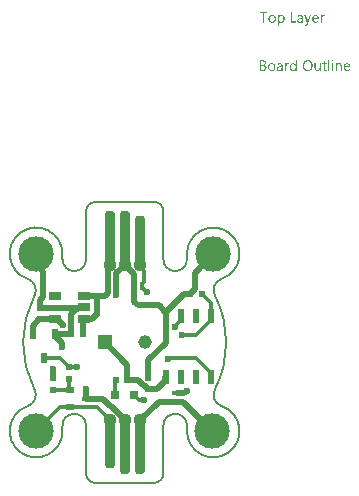
<source format=gtl>
G04*
G04 #@! TF.GenerationSoftware,Altium Limited,Altium Designer,21.8.1 (53)*
G04*
G04 Layer_Physical_Order=1*
G04 Layer_Color=255*
%FSAX25Y25*%
%MOIN*%
G70*
G04*
G04 #@! TF.SameCoordinates,72787834-F71D-4475-B617-EFC6544BAEFD*
G04*
G04*
G04 #@! TF.FilePolarity,Positive*
G04*
G01*
G75*
%ADD10C,0.01968*%
%ADD13C,0.00787*%
%ADD14R,0.02165X0.01968*%
%ADD15R,0.01968X0.02165*%
%ADD16R,0.01968X0.02165*%
%ADD17R,0.02165X0.01968*%
%ADD18R,0.02165X0.04921*%
%ADD19R,0.02362X0.03543*%
%ADD23R,0.03937X0.02756*%
G04:AMPARAMS|DCode=33|XSize=35.43mil|YSize=169.29mil|CornerRadius=13.82mil|HoleSize=0mil|Usage=FLASHONLY|Rotation=180.000|XOffset=0mil|YOffset=0mil|HoleType=Round|Shape=RoundedRectangle|*
%AMROUNDEDRECTD33*
21,1,0.03543,0.14165,0,0,180.0*
21,1,0.00780,0.16929,0,0,180.0*
1,1,0.02764,-0.00390,0.07083*
1,1,0.02764,0.00390,0.07083*
1,1,0.02764,0.00390,-0.07083*
1,1,0.02764,-0.00390,-0.07083*
%
%ADD33ROUNDEDRECTD33*%
G04:AMPARAMS|DCode=34|XSize=35.43mil|YSize=188.98mil|CornerRadius=13.82mil|HoleSize=0mil|Usage=FLASHONLY|Rotation=180.000|XOffset=0mil|YOffset=0mil|HoleType=Round|Shape=RoundedRectangle|*
%AMROUNDEDRECTD34*
21,1,0.03543,0.16134,0,0,180.0*
21,1,0.00780,0.18898,0,0,180.0*
1,1,0.02764,-0.00390,0.08067*
1,1,0.02764,0.00390,0.08067*
1,1,0.02764,0.00390,-0.08067*
1,1,0.02764,-0.00390,-0.08067*
%
%ADD34ROUNDEDRECTD34*%
%ADD40C,0.04370*%
%ADD43R,0.01575X0.02756*%
%ADD44R,0.02756X0.01575*%
%ADD45R,0.03150X0.02362*%
%ADD46R,0.03150X0.03150*%
%ADD47C,0.01181*%
%ADD48C,0.04567*%
%ADD49R,0.04567X0.04567*%
%ADD50C,0.11811*%
%ADD51C,0.02362*%
G36*
X0052355Y0135171D02*
X0052398Y0135164D01*
X0052441Y0135158D01*
X0052553Y0135134D01*
X0052677Y0135096D01*
X0052800Y0135035D01*
X0052862Y0134997D01*
X0052924Y0134948D01*
X0052980Y0134898D01*
X0053036Y0134836D01*
X0053042Y0134830D01*
X0053048Y0134824D01*
X0053060Y0134799D01*
X0053079Y0134774D01*
X0053098Y0134744D01*
X0053122Y0134700D01*
X0053147Y0134651D01*
X0053172Y0134601D01*
X0053197Y0134539D01*
X0053221Y0134471D01*
X0053246Y0134397D01*
X0053265Y0134317D01*
X0053296Y0134137D01*
X0053308Y0134038D01*
Y0133933D01*
Y0133926D01*
Y0133908D01*
Y0133871D01*
X0053302Y0133827D01*
Y0133778D01*
X0053289Y0133716D01*
X0053283Y0133648D01*
X0053271Y0133574D01*
X0053234Y0133413D01*
X0053178Y0133246D01*
X0053141Y0133165D01*
X0053104Y0133085D01*
X0053054Y0133004D01*
X0052999Y0132930D01*
X0052992Y0132924D01*
X0052986Y0132911D01*
X0052968Y0132893D01*
X0052943Y0132874D01*
X0052912Y0132843D01*
X0052875Y0132812D01*
X0052831Y0132775D01*
X0052782Y0132744D01*
X0052726Y0132707D01*
X0052664Y0132670D01*
X0052516Y0132614D01*
X0052435Y0132589D01*
X0052355Y0132571D01*
X0052262Y0132559D01*
X0052163Y0132552D01*
X0052113D01*
X0052082Y0132559D01*
X0052039Y0132565D01*
X0051996Y0132577D01*
X0051884Y0132602D01*
X0051767Y0132651D01*
X0051699Y0132688D01*
X0051637Y0132726D01*
X0051575Y0132775D01*
X0051519Y0132831D01*
X0051457Y0132893D01*
X0051408Y0132967D01*
X0051395D01*
Y0131457D01*
X0050993D01*
Y0135121D01*
X0051395D01*
Y0134676D01*
X0051408D01*
X0051414Y0134682D01*
X0051420Y0134700D01*
X0051439Y0134725D01*
X0051463Y0134756D01*
X0051494Y0134793D01*
X0051531Y0134836D01*
X0051575Y0134880D01*
X0051631Y0134929D01*
X0051686Y0134973D01*
X0051748Y0135016D01*
X0051822Y0135059D01*
X0051897Y0135096D01*
X0051983Y0135134D01*
X0052076Y0135158D01*
X0052169Y0135171D01*
X0052274Y0135177D01*
X0052324D01*
X0052355Y0135171D01*
D02*
G37*
G36*
X0066468Y0135158D02*
X0066542Y0135152D01*
X0066586Y0135140D01*
X0066616Y0135127D01*
Y0134713D01*
X0066610Y0134719D01*
X0066598Y0134725D01*
X0066573Y0134737D01*
X0066542Y0134756D01*
X0066499Y0134768D01*
X0066443Y0134781D01*
X0066381Y0134787D01*
X0066313Y0134793D01*
X0066301D01*
X0066270Y0134787D01*
X0066220Y0134781D01*
X0066165Y0134762D01*
X0066090Y0134731D01*
X0066022Y0134688D01*
X0065948Y0134626D01*
X0065880Y0134546D01*
X0065874Y0134533D01*
X0065855Y0134502D01*
X0065824Y0134447D01*
X0065793Y0134372D01*
X0065762Y0134279D01*
X0065731Y0134162D01*
X0065713Y0134032D01*
X0065707Y0133883D01*
Y0132608D01*
X0065304D01*
Y0135121D01*
X0065707D01*
Y0134601D01*
X0065719D01*
Y0134607D01*
X0065725Y0134614D01*
X0065737Y0134644D01*
X0065756Y0134694D01*
X0065787Y0134756D01*
X0065818Y0134818D01*
X0065868Y0134886D01*
X0065917Y0134954D01*
X0065979Y0135016D01*
X0065985Y0135022D01*
X0066010Y0135041D01*
X0066047Y0135065D01*
X0066097Y0135090D01*
X0066152Y0135115D01*
X0066220Y0135140D01*
X0066295Y0135158D01*
X0066375Y0135164D01*
X0066431D01*
X0066468Y0135158D01*
D02*
G37*
G36*
X0061089Y0132206D02*
X0061083Y0132200D01*
X0061076Y0132175D01*
X0061058Y0132131D01*
X0061033Y0132082D01*
X0061002Y0132026D01*
X0060959Y0131958D01*
X0060915Y0131890D01*
X0060866Y0131816D01*
X0060804Y0131741D01*
X0060742Y0131673D01*
X0060668Y0131605D01*
X0060588Y0131550D01*
X0060507Y0131500D01*
X0060414Y0131457D01*
X0060321Y0131432D01*
X0060216Y0131426D01*
X0060160D01*
X0060123Y0131432D01*
X0060043Y0131444D01*
X0059956Y0131463D01*
Y0131822D01*
X0059962D01*
X0059981Y0131816D01*
X0060006Y0131809D01*
X0060036Y0131803D01*
X0060111Y0131785D01*
X0060191Y0131779D01*
X0060204D01*
X0060241Y0131785D01*
X0060296Y0131797D01*
X0060365Y0131822D01*
X0060439Y0131865D01*
X0060476Y0131896D01*
X0060513Y0131933D01*
X0060550Y0131971D01*
X0060588Y0132020D01*
X0060618Y0132076D01*
X0060649Y0132138D01*
X0060854Y0132608D01*
X0059869Y0135121D01*
X0060315D01*
X0060996Y0133184D01*
Y0133177D01*
X0061002Y0133165D01*
X0061008Y0133147D01*
X0061015Y0133122D01*
X0061021Y0133085D01*
X0061033Y0133047D01*
X0061045Y0132992D01*
X0061064D01*
Y0133004D01*
X0061076Y0133041D01*
X0061089Y0133097D01*
X0061114Y0133177D01*
X0061826Y0135121D01*
X0062240D01*
X0061089Y0132206D01*
D02*
G37*
G36*
X0058681Y0135171D02*
X0058737Y0135164D01*
X0058805Y0135146D01*
X0058879Y0135127D01*
X0058960Y0135096D01*
X0059046Y0135059D01*
X0059127Y0135010D01*
X0059207Y0134948D01*
X0059281Y0134874D01*
X0059350Y0134781D01*
X0059405Y0134676D01*
X0059448Y0134552D01*
X0059473Y0134409D01*
X0059486Y0134242D01*
Y0132608D01*
X0059083D01*
Y0132998D01*
X0059071D01*
Y0132992D01*
X0059058Y0132979D01*
X0059046Y0132955D01*
X0059021Y0132930D01*
X0058960Y0132856D01*
X0058879Y0132775D01*
X0058768Y0132695D01*
X0058638Y0132620D01*
X0058557Y0132596D01*
X0058477Y0132571D01*
X0058390Y0132559D01*
X0058297Y0132552D01*
X0058260D01*
X0058235Y0132559D01*
X0058167Y0132565D01*
X0058087Y0132577D01*
X0057988Y0132602D01*
X0057895Y0132633D01*
X0057796Y0132682D01*
X0057709Y0132744D01*
X0057703Y0132757D01*
X0057678Y0132781D01*
X0057641Y0132825D01*
X0057604Y0132887D01*
X0057567Y0132961D01*
X0057530Y0133047D01*
X0057505Y0133153D01*
X0057499Y0133270D01*
Y0133276D01*
Y0133301D01*
X0057505Y0133338D01*
X0057511Y0133382D01*
X0057523Y0133438D01*
X0057542Y0133499D01*
X0057567Y0133568D01*
X0057604Y0133636D01*
X0057647Y0133710D01*
X0057703Y0133784D01*
X0057771Y0133852D01*
X0057851Y0133914D01*
X0057944Y0133976D01*
X0058056Y0134026D01*
X0058179Y0134063D01*
X0058328Y0134094D01*
X0059083Y0134199D01*
Y0134205D01*
Y0134224D01*
X0059077Y0134261D01*
Y0134298D01*
X0059065Y0134347D01*
X0059058Y0134403D01*
X0059021Y0134521D01*
X0058990Y0134576D01*
X0058960Y0134632D01*
X0058916Y0134688D01*
X0058867Y0134737D01*
X0058805Y0134781D01*
X0058737Y0134812D01*
X0058656Y0134830D01*
X0058563Y0134836D01*
X0058520D01*
X0058489Y0134830D01*
X0058446D01*
X0058402Y0134818D01*
X0058291Y0134799D01*
X0058167Y0134762D01*
X0058031Y0134706D01*
X0057957Y0134669D01*
X0057889Y0134632D01*
X0057814Y0134583D01*
X0057746Y0134527D01*
Y0134942D01*
X0057752D01*
X0057765Y0134954D01*
X0057783Y0134966D01*
X0057814Y0134979D01*
X0057845Y0134997D01*
X0057889Y0135016D01*
X0057938Y0135035D01*
X0057994Y0135059D01*
X0058118Y0135103D01*
X0058266Y0135140D01*
X0058427Y0135164D01*
X0058600Y0135177D01*
X0058638D01*
X0058681Y0135171D01*
D02*
G37*
G36*
X0055790Y0132979D02*
X0057201D01*
Y0132608D01*
X0055375D01*
Y0136124D01*
X0055790D01*
Y0132979D01*
D02*
G37*
G36*
X0047551Y0135752D02*
X0046536D01*
Y0132608D01*
X0046128D01*
Y0135752D01*
X0045112D01*
Y0136124D01*
X0047551D01*
Y0135752D01*
D02*
G37*
G36*
X0063744Y0135171D02*
X0063788Y0135164D01*
X0063831Y0135158D01*
X0063942Y0135140D01*
X0064066Y0135096D01*
X0064190Y0135041D01*
X0064252Y0135003D01*
X0064314Y0134960D01*
X0064370Y0134911D01*
X0064425Y0134855D01*
X0064431Y0134849D01*
X0064438Y0134843D01*
X0064450Y0134824D01*
X0064469Y0134799D01*
X0064487Y0134762D01*
X0064512Y0134725D01*
X0064537Y0134682D01*
X0064561Y0134626D01*
X0064586Y0134564D01*
X0064611Y0134502D01*
X0064636Y0134428D01*
X0064654Y0134347D01*
X0064673Y0134261D01*
X0064685Y0134174D01*
X0064698Y0134075D01*
Y0133970D01*
Y0133759D01*
X0062921D01*
Y0133753D01*
Y0133741D01*
Y0133722D01*
X0062927Y0133691D01*
X0062933Y0133654D01*
Y0133617D01*
X0062952Y0133518D01*
X0062983Y0133419D01*
X0063020Y0133308D01*
X0063076Y0133202D01*
X0063144Y0133109D01*
X0063156Y0133097D01*
X0063181Y0133072D01*
X0063231Y0133041D01*
X0063299Y0132998D01*
X0063385Y0132955D01*
X0063484Y0132924D01*
X0063602Y0132899D01*
X0063738Y0132887D01*
X0063781D01*
X0063813Y0132893D01*
X0063850D01*
X0063893Y0132899D01*
X0063998Y0132924D01*
X0064116Y0132955D01*
X0064246Y0133004D01*
X0064382Y0133072D01*
X0064450Y0133116D01*
X0064518Y0133165D01*
Y0132788D01*
X0064512D01*
X0064506Y0132775D01*
X0064487Y0132769D01*
X0064456Y0132750D01*
X0064425Y0132732D01*
X0064388Y0132713D01*
X0064339Y0132695D01*
X0064289Y0132670D01*
X0064227Y0132645D01*
X0064159Y0132627D01*
X0064011Y0132589D01*
X0063837Y0132565D01*
X0063645Y0132552D01*
X0063596D01*
X0063559Y0132559D01*
X0063515Y0132565D01*
X0063460Y0132571D01*
X0063342Y0132596D01*
X0063206Y0132633D01*
X0063070Y0132695D01*
X0063002Y0132738D01*
X0062933Y0132781D01*
X0062872Y0132831D01*
X0062810Y0132893D01*
X0062804Y0132899D01*
X0062797Y0132911D01*
X0062785Y0132930D01*
X0062760Y0132955D01*
X0062742Y0132992D01*
X0062717Y0133035D01*
X0062686Y0133085D01*
X0062661Y0133140D01*
X0062630Y0133202D01*
X0062605Y0133276D01*
X0062574Y0133357D01*
X0062556Y0133444D01*
X0062537Y0133537D01*
X0062519Y0133636D01*
X0062512Y0133741D01*
X0062506Y0133852D01*
Y0133858D01*
Y0133877D01*
Y0133908D01*
X0062512Y0133951D01*
X0062519Y0134001D01*
X0062525Y0134056D01*
X0062531Y0134125D01*
X0062550Y0134193D01*
X0062587Y0134341D01*
X0062643Y0134502D01*
X0062680Y0134583D01*
X0062729Y0134657D01*
X0062779Y0134737D01*
X0062834Y0134806D01*
X0062841Y0134812D01*
X0062853Y0134824D01*
X0062872Y0134843D01*
X0062896Y0134861D01*
X0062927Y0134892D01*
X0062964Y0134923D01*
X0063014Y0134954D01*
X0063064Y0134991D01*
X0063181Y0135059D01*
X0063323Y0135121D01*
X0063404Y0135140D01*
X0063484Y0135158D01*
X0063571Y0135171D01*
X0063664Y0135177D01*
X0063713D01*
X0063744Y0135171D01*
D02*
G37*
G36*
X0049254D02*
X0049297Y0135164D01*
X0049353Y0135158D01*
X0049476Y0135134D01*
X0049619Y0135090D01*
X0049761Y0135028D01*
X0049835Y0134991D01*
X0049904Y0134948D01*
X0049972Y0134892D01*
X0050033Y0134830D01*
X0050040Y0134824D01*
X0050046Y0134812D01*
X0050064Y0134793D01*
X0050083Y0134768D01*
X0050108Y0134731D01*
X0050133Y0134688D01*
X0050164Y0134638D01*
X0050195Y0134583D01*
X0050219Y0134514D01*
X0050250Y0134447D01*
X0050275Y0134366D01*
X0050300Y0134279D01*
X0050318Y0134186D01*
X0050337Y0134087D01*
X0050343Y0133982D01*
X0050349Y0133871D01*
Y0133865D01*
Y0133846D01*
Y0133815D01*
X0050343Y0133772D01*
X0050337Y0133722D01*
X0050331Y0133660D01*
X0050318Y0133598D01*
X0050306Y0133524D01*
X0050269Y0133376D01*
X0050207Y0133215D01*
X0050170Y0133134D01*
X0050120Y0133054D01*
X0050071Y0132979D01*
X0050009Y0132911D01*
X0050003Y0132905D01*
X0049990Y0132899D01*
X0049972Y0132880D01*
X0049947Y0132856D01*
X0049910Y0132831D01*
X0049873Y0132800D01*
X0049823Y0132763D01*
X0049767Y0132732D01*
X0049705Y0132701D01*
X0049637Y0132664D01*
X0049563Y0132633D01*
X0049483Y0132608D01*
X0049396Y0132583D01*
X0049303Y0132571D01*
X0049204Y0132559D01*
X0049099Y0132552D01*
X0049043D01*
X0049006Y0132559D01*
X0048963Y0132565D01*
X0048907Y0132571D01*
X0048845Y0132583D01*
X0048777Y0132596D01*
X0048635Y0132639D01*
X0048486Y0132701D01*
X0048412Y0132738D01*
X0048344Y0132788D01*
X0048276Y0132837D01*
X0048208Y0132899D01*
X0048201Y0132905D01*
X0048195Y0132917D01*
X0048177Y0132936D01*
X0048158Y0132961D01*
X0048133Y0132998D01*
X0048102Y0133041D01*
X0048071Y0133091D01*
X0048046Y0133147D01*
X0048016Y0133215D01*
X0047985Y0133283D01*
X0047954Y0133357D01*
X0047929Y0133444D01*
X0047892Y0133629D01*
X0047886Y0133728D01*
X0047879Y0133834D01*
Y0133840D01*
Y0133865D01*
Y0133896D01*
X0047886Y0133939D01*
X0047892Y0133988D01*
X0047898Y0134050D01*
X0047910Y0134118D01*
X0047923Y0134193D01*
X0047960Y0134354D01*
X0048022Y0134514D01*
X0048065Y0134595D01*
X0048108Y0134676D01*
X0048158Y0134750D01*
X0048220Y0134818D01*
X0048226Y0134824D01*
X0048238Y0134836D01*
X0048257Y0134849D01*
X0048282Y0134874D01*
X0048319Y0134898D01*
X0048362Y0134929D01*
X0048412Y0134966D01*
X0048467Y0134997D01*
X0048529Y0135028D01*
X0048604Y0135065D01*
X0048678Y0135096D01*
X0048765Y0135121D01*
X0048851Y0135146D01*
X0048950Y0135164D01*
X0049055Y0135171D01*
X0049161Y0135177D01*
X0049216D01*
X0049254Y0135171D01*
D02*
G37*
G36*
X0069322Y0120185D02*
X0069346D01*
X0069402Y0120160D01*
X0069433Y0120142D01*
X0069464Y0120117D01*
X0069470Y0120111D01*
X0069476Y0120105D01*
X0069507Y0120068D01*
X0069532Y0120006D01*
X0069538Y0119969D01*
X0069544Y0119931D01*
Y0119925D01*
Y0119913D01*
X0069538Y0119894D01*
X0069532Y0119870D01*
X0069513Y0119808D01*
X0069489Y0119777D01*
X0069464Y0119746D01*
X0069458D01*
X0069451Y0119733D01*
X0069414Y0119709D01*
X0069359Y0119684D01*
X0069322Y0119678D01*
X0069284Y0119671D01*
X0069266D01*
X0069247Y0119678D01*
X0069222D01*
X0069161Y0119702D01*
X0069130Y0119715D01*
X0069099Y0119740D01*
Y0119746D01*
X0069086Y0119752D01*
X0069074Y0119771D01*
X0069062Y0119789D01*
X0069037Y0119851D01*
X0069031Y0119888D01*
X0069024Y0119931D01*
Y0119938D01*
Y0119950D01*
X0069031Y0119969D01*
X0069037Y0120000D01*
X0069055Y0120055D01*
X0069074Y0120086D01*
X0069099Y0120117D01*
X0069105Y0120123D01*
X0069111Y0120130D01*
X0069148Y0120154D01*
X0069210Y0120179D01*
X0069247Y0120192D01*
X0069303D01*
X0069322Y0120185D01*
D02*
G37*
G36*
X0057332Y0116521D02*
X0056929D01*
Y0116942D01*
X0056917D01*
Y0116936D01*
X0056904Y0116923D01*
X0056886Y0116898D01*
X0056867Y0116867D01*
X0056836Y0116830D01*
X0056799Y0116793D01*
X0056756Y0116750D01*
X0056706Y0116707D01*
X0056651Y0116657D01*
X0056582Y0116614D01*
X0056514Y0116577D01*
X0056434Y0116539D01*
X0056353Y0116508D01*
X0056261Y0116484D01*
X0056162Y0116471D01*
X0056056Y0116465D01*
X0056013D01*
X0055976Y0116471D01*
X0055939Y0116478D01*
X0055889Y0116484D01*
X0055784Y0116508D01*
X0055660Y0116546D01*
X0055536Y0116607D01*
X0055468Y0116645D01*
X0055413Y0116688D01*
X0055351Y0116744D01*
X0055295Y0116799D01*
Y0116806D01*
X0055283Y0116818D01*
X0055270Y0116837D01*
X0055252Y0116861D01*
X0055233Y0116892D01*
X0055208Y0116936D01*
X0055184Y0116985D01*
X0055159Y0117041D01*
X0055128Y0117103D01*
X0055103Y0117171D01*
X0055078Y0117245D01*
X0055060Y0117325D01*
X0055041Y0117412D01*
X0055029Y0117511D01*
X0055023Y0117610D01*
X0055016Y0117716D01*
Y0117722D01*
Y0117740D01*
Y0117777D01*
X0055023Y0117821D01*
X0055029Y0117870D01*
X0055035Y0117932D01*
X0055041Y0118000D01*
X0055054Y0118075D01*
X0055091Y0118235D01*
X0055146Y0118403D01*
X0055184Y0118483D01*
X0055227Y0118563D01*
X0055270Y0118638D01*
X0055326Y0118712D01*
X0055332Y0118718D01*
X0055338Y0118731D01*
X0055357Y0118749D01*
X0055382Y0118774D01*
X0055413Y0118799D01*
X0055456Y0118830D01*
X0055499Y0118867D01*
X0055549Y0118904D01*
X0055673Y0118972D01*
X0055815Y0119034D01*
X0055895Y0119053D01*
X0055982Y0119071D01*
X0056069Y0119083D01*
X0056168Y0119090D01*
X0056217D01*
X0056255Y0119083D01*
X0056292Y0119077D01*
X0056341Y0119071D01*
X0056453Y0119040D01*
X0056576Y0118991D01*
X0056638Y0118960D01*
X0056700Y0118916D01*
X0056762Y0118873D01*
X0056818Y0118817D01*
X0056867Y0118755D01*
X0056917Y0118681D01*
X0056929D01*
Y0120241D01*
X0057332D01*
Y0116521D01*
D02*
G37*
G36*
X0071600Y0119083D02*
X0071674Y0119077D01*
X0071767Y0119059D01*
X0071866Y0119028D01*
X0071971Y0118978D01*
X0072076Y0118910D01*
X0072119Y0118873D01*
X0072163Y0118824D01*
X0072175Y0118811D01*
X0072200Y0118774D01*
X0072231Y0118712D01*
X0072274Y0118625D01*
X0072311Y0118520D01*
X0072348Y0118390D01*
X0072373Y0118235D01*
X0072379Y0118056D01*
Y0116521D01*
X0071977D01*
Y0117951D01*
Y0117957D01*
Y0117988D01*
X0071971Y0118025D01*
Y0118075D01*
X0071959Y0118136D01*
X0071946Y0118204D01*
X0071927Y0118279D01*
X0071903Y0118353D01*
X0071872Y0118427D01*
X0071835Y0118495D01*
X0071785Y0118563D01*
X0071729Y0118625D01*
X0071668Y0118675D01*
X0071587Y0118712D01*
X0071500Y0118743D01*
X0071395Y0118749D01*
X0071383D01*
X0071346Y0118743D01*
X0071290Y0118737D01*
X0071222Y0118718D01*
X0071141Y0118693D01*
X0071055Y0118650D01*
X0070974Y0118595D01*
X0070894Y0118520D01*
X0070888Y0118508D01*
X0070863Y0118483D01*
X0070832Y0118433D01*
X0070795Y0118365D01*
X0070758Y0118285D01*
X0070727Y0118186D01*
X0070702Y0118075D01*
X0070696Y0117951D01*
Y0116521D01*
X0070293D01*
Y0119034D01*
X0070696D01*
Y0118613D01*
X0070708D01*
X0070714Y0118619D01*
X0070720Y0118632D01*
X0070739Y0118656D01*
X0070764Y0118687D01*
X0070789Y0118725D01*
X0070826Y0118762D01*
X0070869Y0118805D01*
X0070919Y0118854D01*
X0070974Y0118898D01*
X0071036Y0118941D01*
X0071104Y0118978D01*
X0071179Y0119015D01*
X0071253Y0119046D01*
X0071339Y0119071D01*
X0071432Y0119083D01*
X0071531Y0119090D01*
X0071569D01*
X0071600Y0119083D01*
D02*
G37*
G36*
X0054602Y0119071D02*
X0054676Y0119065D01*
X0054719Y0119053D01*
X0054750Y0119040D01*
Y0118625D01*
X0054744Y0118632D01*
X0054732Y0118638D01*
X0054707Y0118650D01*
X0054676Y0118669D01*
X0054633Y0118681D01*
X0054577Y0118693D01*
X0054515Y0118700D01*
X0054447Y0118706D01*
X0054435D01*
X0054404Y0118700D01*
X0054354Y0118693D01*
X0054298Y0118675D01*
X0054224Y0118644D01*
X0054156Y0118601D01*
X0054082Y0118539D01*
X0054014Y0118458D01*
X0054008Y0118446D01*
X0053989Y0118415D01*
X0053958Y0118359D01*
X0053927Y0118285D01*
X0053896Y0118192D01*
X0053865Y0118075D01*
X0053847Y0117945D01*
X0053840Y0117796D01*
Y0116521D01*
X0053438D01*
Y0119034D01*
X0053840D01*
Y0118514D01*
X0053853D01*
Y0118520D01*
X0053859Y0118526D01*
X0053871Y0118557D01*
X0053890Y0118607D01*
X0053921Y0118669D01*
X0053952Y0118731D01*
X0054001Y0118799D01*
X0054051Y0118867D01*
X0054113Y0118929D01*
X0054119Y0118935D01*
X0054144Y0118954D01*
X0054181Y0118978D01*
X0054230Y0119003D01*
X0054286Y0119028D01*
X0054354Y0119053D01*
X0054428Y0119071D01*
X0054509Y0119077D01*
X0054565D01*
X0054602Y0119071D01*
D02*
G37*
G36*
X0065341Y0116521D02*
X0064939D01*
Y0116917D01*
X0064927D01*
Y0116911D01*
X0064914Y0116898D01*
X0064902Y0116874D01*
X0064877Y0116849D01*
X0064821Y0116775D01*
X0064735Y0116694D01*
X0064685Y0116651D01*
X0064630Y0116607D01*
X0064568Y0116570D01*
X0064493Y0116533D01*
X0064419Y0116508D01*
X0064339Y0116484D01*
X0064246Y0116471D01*
X0064153Y0116465D01*
X0064116D01*
X0064072Y0116471D01*
X0064011Y0116484D01*
X0063942Y0116496D01*
X0063868Y0116521D01*
X0063788Y0116552D01*
X0063707Y0116601D01*
X0063621Y0116657D01*
X0063540Y0116725D01*
X0063466Y0116812D01*
X0063398Y0116917D01*
X0063336Y0117035D01*
X0063292Y0117177D01*
X0063268Y0117344D01*
X0063255Y0117431D01*
Y0117530D01*
Y0119034D01*
X0063652D01*
Y0117592D01*
Y0117586D01*
Y0117561D01*
X0063658Y0117517D01*
X0063664Y0117468D01*
X0063670Y0117406D01*
X0063683Y0117344D01*
X0063701Y0117270D01*
X0063726Y0117195D01*
X0063763Y0117121D01*
X0063800Y0117053D01*
X0063850Y0116985D01*
X0063911Y0116923D01*
X0063980Y0116874D01*
X0064060Y0116837D01*
X0064159Y0116806D01*
X0064264Y0116799D01*
X0064277D01*
X0064314Y0116806D01*
X0064370Y0116812D01*
X0064431Y0116824D01*
X0064512Y0116855D01*
X0064592Y0116892D01*
X0064673Y0116942D01*
X0064747Y0117016D01*
X0064753Y0117028D01*
X0064778Y0117053D01*
X0064809Y0117103D01*
X0064846Y0117171D01*
X0064877Y0117251D01*
X0064908Y0117350D01*
X0064933Y0117462D01*
X0064939Y0117586D01*
Y0119034D01*
X0065341D01*
Y0116521D01*
D02*
G37*
G36*
X0069476D02*
X0069074D01*
Y0119034D01*
X0069476D01*
Y0116521D01*
D02*
G37*
G36*
X0068257D02*
X0067854D01*
Y0120241D01*
X0068257D01*
Y0116521D01*
D02*
G37*
G36*
X0051878Y0119083D02*
X0051934Y0119077D01*
X0052002Y0119059D01*
X0052076Y0119040D01*
X0052157Y0119009D01*
X0052243Y0118972D01*
X0052324Y0118922D01*
X0052404Y0118861D01*
X0052479Y0118786D01*
X0052547Y0118693D01*
X0052602Y0118588D01*
X0052646Y0118465D01*
X0052671Y0118322D01*
X0052683Y0118155D01*
Y0116521D01*
X0052280D01*
Y0116911D01*
X0052268D01*
Y0116905D01*
X0052256Y0116892D01*
X0052243Y0116867D01*
X0052219Y0116843D01*
X0052157Y0116768D01*
X0052076Y0116688D01*
X0051965Y0116607D01*
X0051835Y0116533D01*
X0051754Y0116508D01*
X0051674Y0116484D01*
X0051587Y0116471D01*
X0051494Y0116465D01*
X0051457D01*
X0051432Y0116471D01*
X0051364Y0116478D01*
X0051284Y0116490D01*
X0051185Y0116515D01*
X0051092Y0116546D01*
X0050993Y0116595D01*
X0050906Y0116657D01*
X0050900Y0116669D01*
X0050875Y0116694D01*
X0050838Y0116737D01*
X0050801Y0116799D01*
X0050764Y0116874D01*
X0050727Y0116960D01*
X0050702Y0117066D01*
X0050696Y0117183D01*
Y0117189D01*
Y0117214D01*
X0050702Y0117251D01*
X0050708Y0117295D01*
X0050721Y0117350D01*
X0050739Y0117412D01*
X0050764Y0117480D01*
X0050801Y0117548D01*
X0050844Y0117623D01*
X0050900Y0117697D01*
X0050968Y0117765D01*
X0051049Y0117827D01*
X0051142Y0117889D01*
X0051253Y0117938D01*
X0051377Y0117975D01*
X0051525Y0118006D01*
X0052280Y0118112D01*
Y0118118D01*
Y0118136D01*
X0052274Y0118174D01*
Y0118211D01*
X0052262Y0118260D01*
X0052256Y0118316D01*
X0052219Y0118433D01*
X0052188Y0118489D01*
X0052157Y0118545D01*
X0052113Y0118601D01*
X0052064Y0118650D01*
X0052002Y0118693D01*
X0051934Y0118725D01*
X0051853Y0118743D01*
X0051761Y0118749D01*
X0051717D01*
X0051686Y0118743D01*
X0051643D01*
X0051600Y0118731D01*
X0051488Y0118712D01*
X0051364Y0118675D01*
X0051228Y0118619D01*
X0051154Y0118582D01*
X0051086Y0118545D01*
X0051012Y0118495D01*
X0050943Y0118440D01*
Y0118854D01*
X0050950D01*
X0050962Y0118867D01*
X0050981Y0118879D01*
X0051012Y0118892D01*
X0051042Y0118910D01*
X0051086Y0118929D01*
X0051135Y0118947D01*
X0051191Y0118972D01*
X0051315Y0119015D01*
X0051463Y0119053D01*
X0051624Y0119077D01*
X0051798Y0119090D01*
X0051835D01*
X0051878Y0119083D01*
D02*
G37*
G36*
X0046189Y0120030D02*
X0046233D01*
X0046276Y0120024D01*
X0046375Y0120012D01*
X0046493Y0119981D01*
X0046617Y0119944D01*
X0046734Y0119888D01*
X0046839Y0119814D01*
X0046846D01*
X0046852Y0119801D01*
X0046883Y0119777D01*
X0046926Y0119727D01*
X0046976Y0119659D01*
X0047019Y0119572D01*
X0047062Y0119473D01*
X0047093Y0119362D01*
X0047106Y0119300D01*
Y0119232D01*
Y0119226D01*
Y0119220D01*
Y0119183D01*
X0047100Y0119127D01*
X0047087Y0119059D01*
X0047069Y0118972D01*
X0047038Y0118885D01*
X0047000Y0118799D01*
X0046945Y0118712D01*
X0046938Y0118700D01*
X0046914Y0118675D01*
X0046877Y0118638D01*
X0046827Y0118588D01*
X0046765Y0118539D01*
X0046691Y0118483D01*
X0046598Y0118440D01*
X0046499Y0118396D01*
Y0118390D01*
X0046518D01*
X0046536Y0118384D01*
X0046555Y0118378D01*
X0046623Y0118365D01*
X0046703Y0118341D01*
X0046790Y0118304D01*
X0046883Y0118260D01*
X0046976Y0118198D01*
X0047062Y0118118D01*
X0047075Y0118105D01*
X0047100Y0118075D01*
X0047130Y0118031D01*
X0047174Y0117963D01*
X0047211Y0117876D01*
X0047248Y0117777D01*
X0047273Y0117660D01*
X0047279Y0117530D01*
Y0117524D01*
Y0117511D01*
Y0117486D01*
X0047273Y0117455D01*
X0047267Y0117418D01*
X0047260Y0117375D01*
X0047236Y0117270D01*
X0047199Y0117152D01*
X0047143Y0117028D01*
X0047106Y0116973D01*
X0047062Y0116911D01*
X0047007Y0116855D01*
X0046951Y0116799D01*
X0046945D01*
X0046938Y0116787D01*
X0046920Y0116775D01*
X0046895Y0116756D01*
X0046864Y0116737D01*
X0046821Y0116713D01*
X0046728Y0116663D01*
X0046610Y0116607D01*
X0046474Y0116564D01*
X0046313Y0116533D01*
X0046233Y0116527D01*
X0046140Y0116521D01*
X0045112D01*
Y0120037D01*
X0046159D01*
X0046189Y0120030D01*
D02*
G37*
G36*
X0066685Y0119034D02*
X0067322D01*
Y0118687D01*
X0066685D01*
Y0117270D01*
Y0117257D01*
Y0117227D01*
X0066691Y0117183D01*
X0066697Y0117127D01*
X0066722Y0117010D01*
X0066740Y0116954D01*
X0066771Y0116911D01*
X0066777Y0116905D01*
X0066790Y0116892D01*
X0066808Y0116880D01*
X0066839Y0116861D01*
X0066877Y0116837D01*
X0066926Y0116824D01*
X0066988Y0116812D01*
X0067056Y0116806D01*
X0067081D01*
X0067112Y0116812D01*
X0067149Y0116818D01*
X0067235Y0116843D01*
X0067279Y0116861D01*
X0067322Y0116886D01*
Y0116539D01*
X0067316D01*
X0067297Y0116527D01*
X0067266Y0116521D01*
X0067223Y0116508D01*
X0067167Y0116496D01*
X0067106Y0116484D01*
X0067031Y0116478D01*
X0066945Y0116471D01*
X0066914D01*
X0066883Y0116478D01*
X0066839Y0116484D01*
X0066790Y0116496D01*
X0066734Y0116508D01*
X0066678Y0116533D01*
X0066616Y0116564D01*
X0066555Y0116601D01*
X0066493Y0116651D01*
X0066437Y0116707D01*
X0066387Y0116781D01*
X0066344Y0116861D01*
X0066313Y0116960D01*
X0066289Y0117072D01*
X0066282Y0117202D01*
Y0118687D01*
X0065855D01*
Y0119034D01*
X0066282D01*
Y0119647D01*
X0066685Y0119777D01*
Y0119034D01*
D02*
G37*
G36*
X0074212Y0119083D02*
X0074255Y0119077D01*
X0074298Y0119071D01*
X0074410Y0119053D01*
X0074533Y0119009D01*
X0074657Y0118954D01*
X0074719Y0118916D01*
X0074781Y0118873D01*
X0074837Y0118824D01*
X0074893Y0118768D01*
X0074899Y0118762D01*
X0074905Y0118755D01*
X0074917Y0118737D01*
X0074936Y0118712D01*
X0074954Y0118675D01*
X0074979Y0118638D01*
X0075004Y0118595D01*
X0075029Y0118539D01*
X0075054Y0118477D01*
X0075078Y0118415D01*
X0075103Y0118341D01*
X0075122Y0118260D01*
X0075140Y0118174D01*
X0075152Y0118087D01*
X0075165Y0117988D01*
Y0117883D01*
Y0117672D01*
X0073388D01*
Y0117666D01*
Y0117654D01*
Y0117635D01*
X0073395Y0117604D01*
X0073401Y0117567D01*
Y0117530D01*
X0073419Y0117431D01*
X0073450Y0117332D01*
X0073487Y0117220D01*
X0073543Y0117115D01*
X0073611Y0117022D01*
X0073624Y0117010D01*
X0073648Y0116985D01*
X0073698Y0116954D01*
X0073766Y0116911D01*
X0073853Y0116867D01*
X0073952Y0116837D01*
X0074069Y0116812D01*
X0074205Y0116799D01*
X0074249D01*
X0074280Y0116806D01*
X0074317D01*
X0074360Y0116812D01*
X0074465Y0116837D01*
X0074583Y0116867D01*
X0074713Y0116917D01*
X0074849Y0116985D01*
X0074917Y0117028D01*
X0074985Y0117078D01*
Y0116700D01*
X0074979D01*
X0074973Y0116688D01*
X0074954Y0116682D01*
X0074923Y0116663D01*
X0074893Y0116645D01*
X0074855Y0116626D01*
X0074806Y0116607D01*
X0074756Y0116583D01*
X0074695Y0116558D01*
X0074626Y0116539D01*
X0074478Y0116502D01*
X0074304Y0116478D01*
X0074113Y0116465D01*
X0074063D01*
X0074026Y0116471D01*
X0073983Y0116478D01*
X0073927Y0116484D01*
X0073809Y0116508D01*
X0073673Y0116546D01*
X0073537Y0116607D01*
X0073469Y0116651D01*
X0073401Y0116694D01*
X0073339Y0116744D01*
X0073277Y0116806D01*
X0073271Y0116812D01*
X0073265Y0116824D01*
X0073252Y0116843D01*
X0073227Y0116867D01*
X0073209Y0116905D01*
X0073184Y0116948D01*
X0073153Y0116997D01*
X0073128Y0117053D01*
X0073097Y0117115D01*
X0073073Y0117189D01*
X0073042Y0117270D01*
X0073023Y0117357D01*
X0073005Y0117449D01*
X0072986Y0117548D01*
X0072980Y0117654D01*
X0072974Y0117765D01*
Y0117771D01*
Y0117790D01*
Y0117821D01*
X0072980Y0117864D01*
X0072986Y0117914D01*
X0072992Y0117969D01*
X0072998Y0118037D01*
X0073017Y0118105D01*
X0073054Y0118254D01*
X0073110Y0118415D01*
X0073147Y0118495D01*
X0073197Y0118570D01*
X0073246Y0118650D01*
X0073302Y0118718D01*
X0073308Y0118725D01*
X0073320Y0118737D01*
X0073339Y0118755D01*
X0073364Y0118774D01*
X0073395Y0118805D01*
X0073432Y0118836D01*
X0073481Y0118867D01*
X0073531Y0118904D01*
X0073648Y0118972D01*
X0073791Y0119034D01*
X0073871Y0119053D01*
X0073952Y0119071D01*
X0074038Y0119083D01*
X0074131Y0119090D01*
X0074181D01*
X0074212Y0119083D01*
D02*
G37*
G36*
X0061169Y0120092D02*
X0061231Y0120086D01*
X0061305Y0120074D01*
X0061386Y0120055D01*
X0061473Y0120037D01*
X0061559Y0120012D01*
X0061658Y0119981D01*
X0061751Y0119938D01*
X0061850Y0119888D01*
X0061949Y0119833D01*
X0062042Y0119764D01*
X0062135Y0119690D01*
X0062222Y0119603D01*
X0062228Y0119597D01*
X0062240Y0119579D01*
X0062265Y0119554D01*
X0062290Y0119517D01*
X0062327Y0119467D01*
X0062364Y0119405D01*
X0062401Y0119337D01*
X0062445Y0119263D01*
X0062488Y0119170D01*
X0062525Y0119077D01*
X0062562Y0118972D01*
X0062599Y0118854D01*
X0062624Y0118737D01*
X0062649Y0118607D01*
X0062661Y0118465D01*
X0062667Y0118322D01*
Y0118310D01*
Y0118285D01*
Y0118242D01*
X0062661Y0118180D01*
X0062655Y0118105D01*
X0062643Y0118025D01*
X0062630Y0117932D01*
X0062612Y0117827D01*
X0062587Y0117722D01*
X0062556Y0117610D01*
X0062519Y0117499D01*
X0062475Y0117387D01*
X0062420Y0117270D01*
X0062358Y0117165D01*
X0062290Y0117059D01*
X0062209Y0116960D01*
X0062203Y0116954D01*
X0062191Y0116942D01*
X0062160Y0116917D01*
X0062129Y0116886D01*
X0062079Y0116843D01*
X0062024Y0116806D01*
X0061962Y0116756D01*
X0061887Y0116713D01*
X0061807Y0116669D01*
X0061714Y0116620D01*
X0061615Y0116583D01*
X0061504Y0116546D01*
X0061386Y0116508D01*
X0061262Y0116484D01*
X0061132Y0116471D01*
X0060990Y0116465D01*
X0060959D01*
X0060915Y0116471D01*
X0060866D01*
X0060804Y0116478D01*
X0060730Y0116490D01*
X0060649Y0116508D01*
X0060557Y0116527D01*
X0060464Y0116552D01*
X0060365Y0116583D01*
X0060266Y0116626D01*
X0060167Y0116669D01*
X0060067Y0116725D01*
X0059969Y0116793D01*
X0059876Y0116867D01*
X0059789Y0116954D01*
X0059783Y0116960D01*
X0059770Y0116979D01*
X0059746Y0117004D01*
X0059721Y0117041D01*
X0059684Y0117090D01*
X0059647Y0117152D01*
X0059609Y0117220D01*
X0059566Y0117301D01*
X0059523Y0117387D01*
X0059486Y0117480D01*
X0059448Y0117586D01*
X0059411Y0117703D01*
X0059387Y0117821D01*
X0059362Y0117951D01*
X0059350Y0118093D01*
X0059343Y0118235D01*
Y0118248D01*
Y0118273D01*
X0059350Y0118316D01*
Y0118378D01*
X0059356Y0118446D01*
X0059368Y0118533D01*
X0059380Y0118625D01*
X0059399Y0118725D01*
X0059424Y0118830D01*
X0059455Y0118941D01*
X0059492Y0119053D01*
X0059535Y0119164D01*
X0059591Y0119275D01*
X0059653Y0119387D01*
X0059721Y0119492D01*
X0059801Y0119591D01*
X0059807Y0119597D01*
X0059820Y0119616D01*
X0059851Y0119641D01*
X0059888Y0119671D01*
X0059931Y0119709D01*
X0059987Y0119752D01*
X0060055Y0119795D01*
X0060129Y0119845D01*
X0060216Y0119894D01*
X0060309Y0119938D01*
X0060408Y0119981D01*
X0060519Y0120018D01*
X0060643Y0120049D01*
X0060773Y0120080D01*
X0060909Y0120092D01*
X0061052Y0120099D01*
X0061120D01*
X0061169Y0120092D01*
D02*
G37*
G36*
X0049142Y0119083D02*
X0049185Y0119077D01*
X0049241Y0119071D01*
X0049365Y0119046D01*
X0049507Y0119003D01*
X0049650Y0118941D01*
X0049724Y0118904D01*
X0049792Y0118861D01*
X0049860Y0118805D01*
X0049922Y0118743D01*
X0049928Y0118737D01*
X0049935Y0118725D01*
X0049953Y0118706D01*
X0049972Y0118681D01*
X0049996Y0118644D01*
X0050021Y0118601D01*
X0050052Y0118551D01*
X0050083Y0118495D01*
X0050108Y0118427D01*
X0050139Y0118359D01*
X0050164Y0118279D01*
X0050188Y0118192D01*
X0050207Y0118099D01*
X0050225Y0118000D01*
X0050232Y0117895D01*
X0050238Y0117784D01*
Y0117777D01*
Y0117759D01*
Y0117728D01*
X0050232Y0117684D01*
X0050225Y0117635D01*
X0050219Y0117573D01*
X0050207Y0117511D01*
X0050195Y0117437D01*
X0050157Y0117288D01*
X0050095Y0117127D01*
X0050058Y0117047D01*
X0050009Y0116966D01*
X0049959Y0116892D01*
X0049897Y0116824D01*
X0049891Y0116818D01*
X0049879Y0116812D01*
X0049860Y0116793D01*
X0049835Y0116768D01*
X0049798Y0116744D01*
X0049761Y0116713D01*
X0049712Y0116676D01*
X0049656Y0116645D01*
X0049594Y0116614D01*
X0049526Y0116577D01*
X0049452Y0116546D01*
X0049371Y0116521D01*
X0049284Y0116496D01*
X0049192Y0116484D01*
X0049093Y0116471D01*
X0048987Y0116465D01*
X0048932D01*
X0048895Y0116471D01*
X0048851Y0116478D01*
X0048796Y0116484D01*
X0048734Y0116496D01*
X0048665Y0116508D01*
X0048523Y0116552D01*
X0048375Y0116614D01*
X0048300Y0116651D01*
X0048232Y0116700D01*
X0048164Y0116750D01*
X0048096Y0116812D01*
X0048090Y0116818D01*
X0048084Y0116830D01*
X0048065Y0116849D01*
X0048046Y0116874D01*
X0048022Y0116911D01*
X0047991Y0116954D01*
X0047960Y0117004D01*
X0047935Y0117059D01*
X0047904Y0117127D01*
X0047873Y0117195D01*
X0047842Y0117270D01*
X0047818Y0117357D01*
X0047780Y0117542D01*
X0047774Y0117641D01*
X0047768Y0117746D01*
Y0117753D01*
Y0117777D01*
Y0117808D01*
X0047774Y0117852D01*
X0047780Y0117901D01*
X0047787Y0117963D01*
X0047799Y0118031D01*
X0047811Y0118105D01*
X0047848Y0118266D01*
X0047910Y0118427D01*
X0047954Y0118508D01*
X0047997Y0118588D01*
X0048046Y0118663D01*
X0048108Y0118731D01*
X0048115Y0118737D01*
X0048127Y0118749D01*
X0048146Y0118762D01*
X0048170Y0118786D01*
X0048208Y0118811D01*
X0048251Y0118842D01*
X0048300Y0118879D01*
X0048356Y0118910D01*
X0048418Y0118941D01*
X0048492Y0118978D01*
X0048566Y0119009D01*
X0048653Y0119034D01*
X0048740Y0119059D01*
X0048839Y0119077D01*
X0048944Y0119083D01*
X0049049Y0119090D01*
X0049105D01*
X0049142Y0119083D01*
D02*
G37*
%LPC*%
G36*
X0052175Y0134836D02*
X0052144D01*
X0052119Y0134830D01*
X0052051Y0134824D01*
X0051971Y0134806D01*
X0051884Y0134774D01*
X0051785Y0134731D01*
X0051692Y0134669D01*
X0051606Y0134589D01*
X0051600Y0134576D01*
X0051575Y0134546D01*
X0051538Y0134496D01*
X0051500Y0134422D01*
X0051463Y0134335D01*
X0051426Y0134230D01*
X0051402Y0134112D01*
X0051395Y0133982D01*
Y0133629D01*
Y0133623D01*
Y0133617D01*
X0051402Y0133580D01*
X0051408Y0133518D01*
X0051420Y0133450D01*
X0051445Y0133363D01*
X0051482Y0133276D01*
X0051531Y0133190D01*
X0051600Y0133103D01*
X0051612Y0133097D01*
X0051637Y0133072D01*
X0051680Y0133035D01*
X0051742Y0132998D01*
X0051816Y0132955D01*
X0051903Y0132924D01*
X0052002Y0132899D01*
X0052113Y0132887D01*
X0052150D01*
X0052175Y0132893D01*
X0052237Y0132899D01*
X0052324Y0132924D01*
X0052411Y0132955D01*
X0052509Y0133004D01*
X0052602Y0133072D01*
X0052646Y0133116D01*
X0052683Y0133165D01*
Y0133171D01*
X0052689Y0133177D01*
X0052701Y0133196D01*
X0052714Y0133215D01*
X0052732Y0133246D01*
X0052751Y0133283D01*
X0052788Y0133369D01*
X0052825Y0133481D01*
X0052862Y0133611D01*
X0052887Y0133766D01*
X0052893Y0133945D01*
Y0133951D01*
Y0133964D01*
Y0133982D01*
Y0134013D01*
X0052887Y0134050D01*
X0052881Y0134087D01*
X0052868Y0134180D01*
X0052844Y0134285D01*
X0052813Y0134397D01*
X0052763Y0134502D01*
X0052701Y0134595D01*
X0052695Y0134607D01*
X0052664Y0134632D01*
X0052621Y0134669D01*
X0052565Y0134719D01*
X0052491Y0134762D01*
X0052398Y0134799D01*
X0052293Y0134824D01*
X0052175Y0134836D01*
D02*
G37*
G36*
X0059083Y0133877D02*
X0058477Y0133790D01*
X0058464D01*
X0058433Y0133784D01*
X0058384Y0133772D01*
X0058322Y0133759D01*
X0058254Y0133741D01*
X0058179Y0133716D01*
X0058118Y0133691D01*
X0058056Y0133654D01*
X0058050Y0133648D01*
X0058031Y0133636D01*
X0058012Y0133611D01*
X0057988Y0133574D01*
X0057957Y0133524D01*
X0057938Y0133462D01*
X0057920Y0133388D01*
X0057913Y0133301D01*
Y0133295D01*
Y0133270D01*
X0057920Y0133239D01*
X0057932Y0133196D01*
X0057944Y0133147D01*
X0057969Y0133097D01*
X0058000Y0133047D01*
X0058043Y0132998D01*
X0058050Y0132992D01*
X0058068Y0132979D01*
X0058099Y0132961D01*
X0058136Y0132942D01*
X0058186Y0132924D01*
X0058248Y0132905D01*
X0058316Y0132893D01*
X0058396Y0132887D01*
X0058409D01*
X0058446Y0132893D01*
X0058501Y0132899D01*
X0058570Y0132911D01*
X0058644Y0132936D01*
X0058731Y0132973D01*
X0058811Y0133029D01*
X0058885Y0133097D01*
X0058891Y0133109D01*
X0058916Y0133134D01*
X0058947Y0133177D01*
X0058984Y0133239D01*
X0059021Y0133320D01*
X0059052Y0133406D01*
X0059077Y0133512D01*
X0059083Y0133623D01*
Y0133877D01*
D02*
G37*
G36*
X0063658Y0134836D02*
X0063608D01*
X0063559Y0134824D01*
X0063491Y0134812D01*
X0063416Y0134787D01*
X0063330Y0134750D01*
X0063249Y0134700D01*
X0063169Y0134632D01*
X0063162Y0134626D01*
X0063138Y0134595D01*
X0063107Y0134552D01*
X0063064Y0134490D01*
X0063020Y0134415D01*
X0062983Y0134323D01*
X0062952Y0134217D01*
X0062927Y0134100D01*
X0064283D01*
Y0134106D01*
Y0134118D01*
Y0134131D01*
Y0134155D01*
X0064277Y0134224D01*
X0064264Y0134298D01*
X0064240Y0134391D01*
X0064215Y0134477D01*
X0064171Y0134564D01*
X0064116Y0134644D01*
X0064110Y0134651D01*
X0064085Y0134676D01*
X0064048Y0134706D01*
X0063998Y0134744D01*
X0063930Y0134774D01*
X0063850Y0134806D01*
X0063763Y0134830D01*
X0063658Y0134836D01*
D02*
G37*
G36*
X0049130D02*
X0049093D01*
X0049068Y0134830D01*
X0048994Y0134824D01*
X0048907Y0134806D01*
X0048808Y0134774D01*
X0048703Y0134725D01*
X0048604Y0134657D01*
X0048554Y0134620D01*
X0048511Y0134570D01*
X0048498Y0134558D01*
X0048474Y0134521D01*
X0048443Y0134465D01*
X0048399Y0134385D01*
X0048356Y0134279D01*
X0048325Y0134155D01*
X0048300Y0134013D01*
X0048288Y0133846D01*
Y0133840D01*
Y0133827D01*
Y0133803D01*
X0048294Y0133772D01*
Y0133735D01*
X0048300Y0133691D01*
X0048319Y0133592D01*
X0048344Y0133481D01*
X0048387Y0133363D01*
X0048443Y0133246D01*
X0048517Y0133140D01*
X0048529Y0133128D01*
X0048560Y0133103D01*
X0048610Y0133060D01*
X0048678Y0133017D01*
X0048765Y0132967D01*
X0048870Y0132924D01*
X0048994Y0132899D01*
X0049130Y0132887D01*
X0049167D01*
X0049192Y0132893D01*
X0049266Y0132899D01*
X0049353Y0132917D01*
X0049446Y0132949D01*
X0049551Y0132992D01*
X0049643Y0133054D01*
X0049730Y0133134D01*
X0049736Y0133147D01*
X0049761Y0133184D01*
X0049798Y0133239D01*
X0049835Y0133320D01*
X0049873Y0133425D01*
X0049910Y0133549D01*
X0049935Y0133691D01*
X0049941Y0133858D01*
Y0133865D01*
Y0133877D01*
Y0133902D01*
Y0133939D01*
X0049935Y0133976D01*
X0049928Y0134019D01*
X0049916Y0134125D01*
X0049891Y0134242D01*
X0049854Y0134360D01*
X0049798Y0134477D01*
X0049730Y0134583D01*
X0049718Y0134595D01*
X0049693Y0134620D01*
X0049643Y0134663D01*
X0049575Y0134713D01*
X0049489Y0134756D01*
X0049390Y0134799D01*
X0049266Y0134824D01*
X0049130Y0134836D01*
D02*
G37*
G36*
X0056217Y0118749D02*
X0056180D01*
X0056155Y0118743D01*
X0056087Y0118737D01*
X0056007Y0118718D01*
X0055914Y0118681D01*
X0055815Y0118632D01*
X0055722Y0118570D01*
X0055679Y0118526D01*
X0055635Y0118477D01*
X0055629Y0118465D01*
X0055604Y0118427D01*
X0055567Y0118365D01*
X0055530Y0118285D01*
X0055493Y0118180D01*
X0055456Y0118050D01*
X0055431Y0117901D01*
X0055425Y0117734D01*
Y0117728D01*
Y0117716D01*
Y0117691D01*
X0055431Y0117660D01*
Y0117629D01*
X0055437Y0117586D01*
X0055450Y0117486D01*
X0055475Y0117375D01*
X0055512Y0117264D01*
X0055561Y0117152D01*
X0055629Y0117047D01*
X0055642Y0117035D01*
X0055666Y0117010D01*
X0055710Y0116966D01*
X0055772Y0116923D01*
X0055852Y0116880D01*
X0055945Y0116837D01*
X0056050Y0116812D01*
X0056174Y0116799D01*
X0056205D01*
X0056230Y0116806D01*
X0056292Y0116812D01*
X0056366Y0116830D01*
X0056453Y0116861D01*
X0056545Y0116898D01*
X0056632Y0116960D01*
X0056719Y0117041D01*
X0056725Y0117053D01*
X0056750Y0117084D01*
X0056787Y0117140D01*
X0056824Y0117208D01*
X0056861Y0117295D01*
X0056898Y0117400D01*
X0056923Y0117524D01*
X0056929Y0117654D01*
Y0118025D01*
Y0118031D01*
Y0118037D01*
Y0118075D01*
X0056917Y0118130D01*
X0056904Y0118204D01*
X0056880Y0118285D01*
X0056842Y0118372D01*
X0056793Y0118458D01*
X0056725Y0118539D01*
X0056719Y0118545D01*
X0056688Y0118570D01*
X0056644Y0118607D01*
X0056589Y0118644D01*
X0056514Y0118681D01*
X0056428Y0118718D01*
X0056329Y0118743D01*
X0056217Y0118749D01*
D02*
G37*
G36*
X0052280Y0117790D02*
X0051674Y0117703D01*
X0051661D01*
X0051631Y0117697D01*
X0051581Y0117684D01*
X0051519Y0117672D01*
X0051451Y0117654D01*
X0051377Y0117629D01*
X0051315Y0117604D01*
X0051253Y0117567D01*
X0051247Y0117561D01*
X0051228Y0117548D01*
X0051210Y0117524D01*
X0051185Y0117486D01*
X0051154Y0117437D01*
X0051135Y0117375D01*
X0051117Y0117301D01*
X0051111Y0117214D01*
Y0117208D01*
Y0117183D01*
X0051117Y0117152D01*
X0051129Y0117109D01*
X0051142Y0117059D01*
X0051166Y0117010D01*
X0051197Y0116960D01*
X0051241Y0116911D01*
X0051247Y0116905D01*
X0051265Y0116892D01*
X0051296Y0116874D01*
X0051333Y0116855D01*
X0051383Y0116837D01*
X0051445Y0116818D01*
X0051513Y0116806D01*
X0051593Y0116799D01*
X0051606D01*
X0051643Y0116806D01*
X0051699Y0116812D01*
X0051767Y0116824D01*
X0051841Y0116849D01*
X0051928Y0116886D01*
X0052008Y0116942D01*
X0052082Y0117010D01*
X0052089Y0117022D01*
X0052113Y0117047D01*
X0052144Y0117090D01*
X0052181Y0117152D01*
X0052219Y0117233D01*
X0052249Y0117319D01*
X0052274Y0117424D01*
X0052280Y0117536D01*
Y0117790D01*
D02*
G37*
G36*
X0045998Y0119665D02*
X0045527D01*
Y0118526D01*
X0046004D01*
X0046066Y0118533D01*
X0046140Y0118545D01*
X0046227Y0118563D01*
X0046319Y0118595D01*
X0046400Y0118632D01*
X0046481Y0118687D01*
X0046487Y0118693D01*
X0046511Y0118718D01*
X0046542Y0118755D01*
X0046580Y0118811D01*
X0046610Y0118873D01*
X0046641Y0118954D01*
X0046666Y0119046D01*
X0046672Y0119152D01*
Y0119158D01*
Y0119176D01*
X0046666Y0119201D01*
X0046660Y0119232D01*
X0046635Y0119313D01*
X0046617Y0119362D01*
X0046586Y0119412D01*
X0046555Y0119455D01*
X0046505Y0119504D01*
X0046456Y0119548D01*
X0046388Y0119585D01*
X0046313Y0119616D01*
X0046220Y0119641D01*
X0046115Y0119659D01*
X0045998Y0119665D01*
D02*
G37*
G36*
Y0118155D02*
X0045527D01*
Y0116892D01*
X0046146D01*
X0046208Y0116898D01*
X0046295Y0116911D01*
X0046381Y0116936D01*
X0046474Y0116960D01*
X0046567Y0117004D01*
X0046648Y0117059D01*
X0046654Y0117066D01*
X0046679Y0117090D01*
X0046709Y0117127D01*
X0046747Y0117183D01*
X0046784Y0117251D01*
X0046815Y0117332D01*
X0046839Y0117431D01*
X0046846Y0117536D01*
Y0117542D01*
Y0117561D01*
X0046839Y0117592D01*
X0046833Y0117635D01*
X0046821Y0117678D01*
X0046802Y0117734D01*
X0046778Y0117790D01*
X0046740Y0117845D01*
X0046697Y0117901D01*
X0046641Y0117957D01*
X0046573Y0118013D01*
X0046487Y0118056D01*
X0046394Y0118099D01*
X0046276Y0118130D01*
X0046146Y0118149D01*
X0045998Y0118155D01*
D02*
G37*
G36*
X0074125Y0118749D02*
X0074076D01*
X0074026Y0118737D01*
X0073958Y0118725D01*
X0073884Y0118700D01*
X0073797Y0118663D01*
X0073716Y0118613D01*
X0073636Y0118545D01*
X0073630Y0118539D01*
X0073605Y0118508D01*
X0073574Y0118465D01*
X0073531Y0118403D01*
X0073487Y0118328D01*
X0073450Y0118235D01*
X0073419Y0118130D01*
X0073395Y0118013D01*
X0074750D01*
Y0118019D01*
Y0118031D01*
Y0118044D01*
Y0118068D01*
X0074744Y0118136D01*
X0074732Y0118211D01*
X0074707Y0118304D01*
X0074682Y0118390D01*
X0074639Y0118477D01*
X0074583Y0118557D01*
X0074577Y0118563D01*
X0074552Y0118588D01*
X0074515Y0118619D01*
X0074465Y0118656D01*
X0074397Y0118687D01*
X0074317Y0118718D01*
X0074230Y0118743D01*
X0074125Y0118749D01*
D02*
G37*
G36*
X0061021Y0119721D02*
X0060965D01*
X0060928Y0119715D01*
X0060878Y0119709D01*
X0060829Y0119702D01*
X0060767Y0119690D01*
X0060699Y0119671D01*
X0060557Y0119622D01*
X0060482Y0119591D01*
X0060402Y0119554D01*
X0060328Y0119504D01*
X0060253Y0119449D01*
X0060185Y0119387D01*
X0060117Y0119319D01*
X0060111Y0119313D01*
X0060105Y0119300D01*
X0060086Y0119275D01*
X0060061Y0119244D01*
X0060036Y0119207D01*
X0060012Y0119158D01*
X0059981Y0119102D01*
X0059950Y0119040D01*
X0059913Y0118966D01*
X0059882Y0118892D01*
X0059857Y0118805D01*
X0059832Y0118712D01*
X0059807Y0118613D01*
X0059789Y0118502D01*
X0059783Y0118390D01*
X0059777Y0118273D01*
Y0118266D01*
Y0118242D01*
Y0118211D01*
X0059783Y0118167D01*
X0059789Y0118112D01*
X0059795Y0118044D01*
X0059807Y0117975D01*
X0059820Y0117901D01*
X0059857Y0117734D01*
X0059919Y0117554D01*
X0059956Y0117468D01*
X0059999Y0117387D01*
X0060055Y0117301D01*
X0060111Y0117227D01*
X0060117Y0117220D01*
X0060129Y0117208D01*
X0060148Y0117189D01*
X0060173Y0117165D01*
X0060204Y0117134D01*
X0060247Y0117103D01*
X0060296Y0117066D01*
X0060346Y0117028D01*
X0060408Y0116991D01*
X0060476Y0116954D01*
X0060625Y0116892D01*
X0060711Y0116867D01*
X0060798Y0116849D01*
X0060891Y0116837D01*
X0060990Y0116830D01*
X0061045D01*
X0061089Y0116837D01*
X0061132Y0116843D01*
X0061194Y0116849D01*
X0061256Y0116861D01*
X0061324Y0116880D01*
X0061466Y0116923D01*
X0061547Y0116954D01*
X0061621Y0116991D01*
X0061695Y0117035D01*
X0061770Y0117084D01*
X0061838Y0117140D01*
X0061906Y0117208D01*
X0061912Y0117214D01*
X0061918Y0117227D01*
X0061937Y0117245D01*
X0061955Y0117276D01*
X0061986Y0117319D01*
X0062011Y0117363D01*
X0062042Y0117418D01*
X0062073Y0117480D01*
X0062104Y0117554D01*
X0062135Y0117635D01*
X0062166Y0117722D01*
X0062191Y0117815D01*
X0062209Y0117914D01*
X0062228Y0118025D01*
X0062234Y0118143D01*
X0062240Y0118266D01*
Y0118273D01*
Y0118297D01*
Y0118334D01*
X0062234Y0118378D01*
X0062228Y0118440D01*
X0062222Y0118508D01*
X0062215Y0118582D01*
X0062197Y0118663D01*
X0062160Y0118830D01*
X0062104Y0119009D01*
X0062067Y0119096D01*
X0062024Y0119183D01*
X0061968Y0119263D01*
X0061912Y0119337D01*
X0061906Y0119343D01*
X0061900Y0119356D01*
X0061881Y0119374D01*
X0061850Y0119399D01*
X0061819Y0119424D01*
X0061782Y0119461D01*
X0061733Y0119492D01*
X0061683Y0119529D01*
X0061621Y0119566D01*
X0061553Y0119597D01*
X0061479Y0119634D01*
X0061398Y0119659D01*
X0061312Y0119684D01*
X0061225Y0119702D01*
X0061126Y0119715D01*
X0061021Y0119721D01*
D02*
G37*
G36*
X0049018Y0118749D02*
X0048981D01*
X0048957Y0118743D01*
X0048882Y0118737D01*
X0048796Y0118718D01*
X0048697Y0118687D01*
X0048591Y0118638D01*
X0048492Y0118570D01*
X0048443Y0118533D01*
X0048399Y0118483D01*
X0048387Y0118471D01*
X0048362Y0118433D01*
X0048331Y0118378D01*
X0048288Y0118297D01*
X0048245Y0118192D01*
X0048214Y0118068D01*
X0048189Y0117926D01*
X0048177Y0117759D01*
Y0117753D01*
Y0117740D01*
Y0117716D01*
X0048183Y0117684D01*
Y0117647D01*
X0048189Y0117604D01*
X0048208Y0117505D01*
X0048232Y0117394D01*
X0048276Y0117276D01*
X0048331Y0117158D01*
X0048406Y0117053D01*
X0048418Y0117041D01*
X0048449Y0117016D01*
X0048498Y0116973D01*
X0048566Y0116929D01*
X0048653Y0116880D01*
X0048758Y0116837D01*
X0048882Y0116812D01*
X0049018Y0116799D01*
X0049055D01*
X0049080Y0116806D01*
X0049154Y0116812D01*
X0049241Y0116830D01*
X0049334Y0116861D01*
X0049439Y0116905D01*
X0049532Y0116966D01*
X0049619Y0117047D01*
X0049625Y0117059D01*
X0049650Y0117096D01*
X0049687Y0117152D01*
X0049724Y0117233D01*
X0049761Y0117338D01*
X0049798Y0117462D01*
X0049823Y0117604D01*
X0049829Y0117771D01*
Y0117777D01*
Y0117790D01*
Y0117815D01*
Y0117852D01*
X0049823Y0117889D01*
X0049817Y0117932D01*
X0049804Y0118037D01*
X0049780Y0118155D01*
X0049743Y0118273D01*
X0049687Y0118390D01*
X0049619Y0118495D01*
X0049606Y0118508D01*
X0049582Y0118533D01*
X0049532Y0118576D01*
X0049464Y0118625D01*
X0049377Y0118669D01*
X0049278Y0118712D01*
X0049154Y0118737D01*
X0049018Y0118749D01*
D02*
G37*
%LPD*%
D10*
X-0002953Y0041831D02*
Y0041937D01*
X-0002756Y0042134D01*
Y0044488D01*
X-0013803Y0028740D02*
Y0033863D01*
X-0013710Y0033957D01*
X0007874Y0020098D02*
X0013661Y0025886D01*
X-0009350Y0035389D02*
Y0035489D01*
X-0010782Y0033957D02*
X-0009350Y0035389D01*
X-0013710Y0033957D02*
X-0010782D01*
X-0009350Y0035489D02*
Y0041437D01*
X0000886Y0013537D02*
X0004454D01*
X-0006693Y0025984D02*
X0000886Y0018406D01*
Y0013583D02*
Y0018406D01*
X-0022568Y0033957D02*
X-0020561Y0031951D01*
Y0031753D02*
X-0020486Y0031678D01*
X-0023158Y0033957D02*
X-0022568D01*
X-0020561Y0031753D02*
Y0031951D01*
X-0023228Y0028642D02*
X-0017740D01*
X-0023228Y0028051D02*
X-0020843Y0025666D01*
X-0023228Y0028051D02*
Y0028642D01*
X-0020843Y0024583D02*
Y0025666D01*
Y0024583D02*
X-0020768Y0024508D01*
X0023338Y0043701D02*
Y0049228D01*
X0021960Y0042323D02*
X0023338Y0043701D01*
Y0049228D02*
X0029528Y0055418D01*
Y0055512D01*
X0021861Y0042323D02*
X0021960D01*
X0021861Y0042126D02*
Y0042323D01*
X0019665Y0042126D02*
X0021861D01*
X0013661Y0025886D02*
Y0034744D01*
Y0036122D01*
X0019665Y0042126D01*
X0004303Y0038380D02*
X0011404D01*
X0013563Y0036220D01*
X0003150Y0039533D02*
Y0044882D01*
Y0039533D02*
X0004303Y0038380D01*
X0000000Y0051790D02*
X0003150Y0048641D01*
X0000000Y0051790D02*
Y0051968D01*
X0003150Y0044882D02*
Y0048641D01*
X-0002756Y0044882D02*
Y0049035D01*
X0000000Y0051790D01*
X-0009350Y0041437D02*
X-0006651D01*
X-0013710D02*
X-0009350D01*
X-0006651D02*
X-0005512Y0042577D01*
Y0044882D01*
X-0028346Y0040198D02*
X-0027362Y0041183D01*
X-0028346Y0037598D02*
Y0040198D01*
X-0027362Y0041183D02*
Y0049437D01*
X-0029528Y0055512D02*
X-0027644Y0053628D01*
Y0049720D02*
Y0053628D01*
X-0028248Y0037598D02*
X-0013808D01*
X-0027644Y0049720D02*
X-0027362Y0049437D01*
X-0030512Y0028839D02*
Y0031594D01*
X-0028445Y0033661D02*
X-0028346D01*
X-0030512Y0031594D02*
X-0028445Y0033661D01*
X-0030709Y0028642D02*
X-0030512Y0028839D01*
X-0028346Y0033661D02*
X-0023454D01*
X-0023158Y0033957D01*
X-0017740Y0028740D02*
Y0035361D01*
Y0028642D02*
Y0028740D01*
Y0035361D02*
X-0015797Y0037303D01*
X-0005498Y0050820D02*
X-0005000Y0051319D01*
X-0005498Y0045276D02*
Y0050820D01*
X-0005000Y0051319D02*
Y0051968D01*
X-0012845Y0010479D02*
X-0012831Y0010493D01*
X-0012860Y0007060D02*
X-0012845Y0007075D01*
Y0010479D01*
X0000000Y-0000000D02*
Y0000254D01*
X-0005033Y0004913D02*
X-0004660D01*
X0000000Y0000254D01*
X-0012466Y0007091D02*
X-0007211D01*
X-0005033Y0004913D01*
X0004454Y0013537D02*
X0006180Y0011811D01*
X0007776Y0010335D02*
X0010905D01*
X0006299Y0011811D02*
X0007776Y0010335D01*
X0006180Y0011811D02*
X0006299D01*
X0010905Y0010335D02*
X0013563Y0012992D01*
Y0014370D01*
X0013661Y0014469D01*
X0007874Y0014272D02*
Y0020098D01*
X-0023915Y0013976D02*
Y0017128D01*
X-0023912Y0017131D01*
X-0023917Y0013976D02*
X-0023915D01*
X0019862Y0009029D02*
X0020636Y0009803D01*
X0017323Y0009029D02*
X0019862D01*
X0020636Y0009803D02*
X0020743D01*
X0019390Y0006299D02*
X0022802Y0002887D01*
X0011299Y0006299D02*
X0019390D01*
X0022802Y0002887D02*
X0022802D01*
X0029232Y-0003543D01*
X0005000Y-0000000D02*
X0011299Y0006299D01*
D13*
X0030041Y0010330D02*
G03*
X0030041Y0041638I-0030052J0015654D01*
G01*
Y0010330D02*
G03*
X0032289Y0004776I0003492J-0001819D01*
G01*
X0020748Y-0003543D02*
G03*
X0032289Y0004776I0008769J0000000D01*
G01*
X0020748Y-0001772D02*
G03*
X0012874Y-0001772I-0003937J0000000D01*
G01*
X0009724Y-0020866D02*
G03*
X0012874Y-0017717I0000004J0003145D01*
G01*
X-0012874D02*
G03*
X-0009724Y-0020866I0003145J-0000004D01*
G01*
X-0012874Y-0001772D02*
G03*
X-0020748Y-0001772I-0003937J0000000D01*
G01*
X-0032318Y0004795D02*
G03*
X-0020748Y-0003543I0002780J-0008339D01*
G01*
X-0032318Y0004795D02*
G03*
X-0030071Y0010347I-0001245J0003735D01*
G01*
X-0030071Y0041621D02*
G03*
X-0030071Y0010347I0030060J-0015637D01*
G01*
X-0030071Y0041621D02*
G03*
X-0032318Y0047173I-0003493J0001817D01*
G01*
X-0020748Y0055512D02*
G03*
X-0032318Y0047173I-0008790J0000000D01*
G01*
X-0020748Y0053740D02*
G03*
X-0012874Y0053740I0003937J0000000D01*
G01*
X-0009724Y0072835D02*
G03*
X-0012874Y0069685I-0000004J-0003145D01*
G01*
X0012874D02*
G03*
X0009724Y0072835I-0003145J0000004D01*
G01*
X0012874Y0053740D02*
G03*
X0020748Y0053740I0003937J0000000D01*
G01*
X0032289Y0047192D02*
G03*
X0020748Y0055512I-0002771J0008320D01*
G01*
X0032289Y0047192D02*
G03*
X0030041Y0041638I0001244J-0003735D01*
G01*
X0030041Y0010330D02*
G03*
X0030041Y0041638I-0030052J0015654D01*
G01*
Y0010330D02*
G03*
X0032289Y0004776I0003492J-0001819D01*
G01*
X0020748Y-0003543D02*
G03*
X0032289Y0004776I0008769J0000000D01*
G01*
X0020748Y-0001772D02*
G03*
X0012874Y-0001772I-0003937J0000000D01*
G01*
X0009724Y-0020866D02*
G03*
X0012874Y-0017717I0000004J0003145D01*
G01*
X-0012874D02*
G03*
X-0009724Y-0020866I0003145J-0000004D01*
G01*
X-0012874Y-0001772D02*
G03*
X-0020748Y-0001772I-0003937J0000000D01*
G01*
X-0032318Y0004795D02*
G03*
X-0020748Y-0003543I0002780J-0008339D01*
G01*
X-0032318Y0004795D02*
G03*
X-0030071Y0010347I-0001245J0003735D01*
G01*
X-0030071Y0041621D02*
G03*
X-0030071Y0010347I0030060J-0015637D01*
G01*
X-0030071Y0041621D02*
G03*
X-0032318Y0047173I-0003493J0001817D01*
G01*
X-0020748Y0055512D02*
G03*
X-0032318Y0047173I-0008790J0000000D01*
G01*
X-0020748Y0053740D02*
G03*
X-0012874Y0053740I0003937J0000000D01*
G01*
X-0009724Y0072835D02*
G03*
X-0012874Y0069685I-0000004J-0003145D01*
G01*
X0012874D02*
G03*
X0009724Y0072835I-0003145J0000004D01*
G01*
X0012874Y0053740D02*
G03*
X0020748Y0053740I0003937J0000000D01*
G01*
X0032289Y0047192D02*
G03*
X0020748Y0055512I-0002771J0008320D01*
G01*
X0032289Y0047192D02*
G03*
X0030041Y0041638I0001244J-0003735D01*
G01*
X0020748Y-0003543D02*
Y-0001772D01*
X0012874Y-0017717D02*
Y-0001772D01*
X-0009724Y-0020866D02*
X0009724D01*
X-0012874Y-0017717D02*
Y-0001772D01*
X-0020748Y-0003543D02*
Y-0001772D01*
Y0053740D02*
Y0055512D01*
X-0012874Y0053740D02*
Y0069685D01*
X-0009724Y0072835D02*
X0009724D01*
X0012874Y0053740D02*
Y0069685D01*
X0020748Y0053740D02*
Y0055512D01*
X0020748Y-0003543D02*
Y-0001772D01*
X0012874Y-0017717D02*
Y-0001772D01*
X-0009724Y-0020866D02*
X0009724D01*
X-0012874Y-0017717D02*
Y-0001772D01*
X-0020748Y-0003543D02*
Y-0001772D01*
Y0053740D02*
Y0055512D01*
X-0012874Y0053740D02*
Y0069685D01*
X-0009724Y0072835D02*
X0009724D01*
X0012874Y0053740D02*
Y0069685D01*
X0020748Y0053740D02*
Y0055512D01*
D14*
X0007874Y0014272D02*
D03*
Y0010335D02*
D03*
X-0023917Y0013976D02*
D03*
Y0010039D02*
D03*
X-0028346Y0033661D02*
D03*
Y0037598D02*
D03*
D15*
X-0003051Y0013583D02*
D03*
X0000886D02*
D03*
X0021861Y0042224D02*
D03*
X0025798D02*
D03*
D16*
X-0017740Y0028740D02*
D03*
X-0013803D02*
D03*
D17*
X-0018504Y0013780D02*
D03*
Y0017717D02*
D03*
D18*
X0013661Y0034744D02*
D03*
X0018661D02*
D03*
X0023661D02*
D03*
X0028661D02*
D03*
Y0014469D02*
D03*
X0023661D02*
D03*
X0018661D02*
D03*
X0013661D02*
D03*
D19*
X-0023228Y0028642D02*
D03*
X-0030709D02*
D03*
X-0026969Y0020768D02*
D03*
D23*
X-0023158Y0033957D02*
D03*
Y0041437D02*
D03*
X-0013710D02*
D03*
Y0037697D02*
D03*
Y0033957D02*
D03*
D33*
X-0005000Y-0007677D02*
D03*
X0005000Y0059646D02*
D03*
D34*
Y-0008661D02*
D03*
X0000000D02*
D03*
X-0005000Y0060630D02*
D03*
X0000000D02*
D03*
D40*
X-0005000Y-0000000D02*
D03*
X0000000D02*
D03*
X0005000D02*
D03*
Y0051968D02*
D03*
X0000000D02*
D03*
X-0005000D02*
D03*
D43*
X0003150Y0044882D02*
D03*
X0005906D02*
D03*
X-0002756D02*
D03*
X-0005512D02*
D03*
D44*
X0016929Y0009055D02*
D03*
Y0006299D02*
D03*
X-0012860Y0007060D02*
D03*
Y0004304D02*
D03*
D45*
X-0018364Y0004569D02*
D03*
Y0010081D02*
D03*
D46*
X-0003248Y0008366D02*
D03*
X0003248D02*
D03*
D47*
X0023697Y0028402D02*
X0028661Y0033366D01*
X0019020Y0028402D02*
X0023697D01*
X0028661Y0034744D02*
Y0039263D01*
Y0033366D02*
Y0034744D01*
X0005906Y0044291D02*
X0007445Y0042752D01*
X0007541D01*
X0005906Y0044291D02*
Y0044882D01*
X0003248Y0008366D02*
X0004716Y0006898D01*
X0006284D01*
X0006509Y0006672D01*
X0025798Y0042126D02*
Y0042224D01*
Y0042126D02*
X0028661Y0039263D01*
X0005000Y0051145D02*
Y0051968D01*
Y0051145D02*
X0006463Y0049682D01*
X0006102Y0045669D02*
X0006463Y0046030D01*
Y0049682D01*
X-0026969Y0020768D02*
X-0021654D01*
X-0018602Y0017717D01*
X-0003248Y0008366D02*
X-0003150Y0008465D01*
Y0013386D01*
X-0003051Y0013484D01*
X0016958Y0031663D02*
X0018661Y0033366D01*
Y0034744D01*
X0016958Y0031230D02*
Y0031663D01*
X0016732Y0031004D02*
X0016958Y0031230D01*
X0023830Y0020678D02*
X0028661Y0015846D01*
X0014469Y0020571D02*
X0014576Y0020678D01*
X0023830D01*
X0028661Y0014469D02*
Y0015846D01*
X-0018484Y0017737D02*
X-0015771D01*
X-0015751Y0017757D01*
X-0018504Y0017717D02*
X-0018484Y0017737D01*
X-0018602Y0017717D02*
X-0018504D01*
X-0012843Y0004322D02*
X-0009322D01*
X-0005000Y-0000000D01*
X-0018434Y0010151D02*
Y0013710D01*
Y0010151D02*
X-0018364Y0010081D01*
X-0018504Y0013780D02*
X-0018434Y0013710D01*
X-0018385Y0010060D02*
X-0018364Y0010081D01*
X-0023917Y0010039D02*
X-0023897Y0010060D01*
X-0018385D01*
X-0003051Y0013484D02*
Y0013583D01*
X-0029528Y-0003543D02*
X-0021654Y0004331D01*
X-0019193D01*
X-0017001Y0004304D02*
X-0012860D01*
D48*
X0006693Y0025984D02*
D03*
D49*
X-0006693D02*
D03*
D50*
X0029528Y0055512D02*
D03*
X-0029528Y-0003543D02*
D03*
Y0055512D02*
D03*
X0029232Y-0003543D02*
D03*
D51*
X-0002953Y0041831D02*
D03*
X0019020Y0028402D02*
D03*
X0013681Y0025984D02*
D03*
X0007493Y0042752D02*
D03*
X0006509Y0006672D02*
D03*
X-0009350Y0035489D02*
D03*
X-0020486Y0031678D02*
D03*
X-0020768Y0024508D02*
D03*
X-0012831Y0010493D02*
D03*
X-0023912Y0017131D02*
D03*
X0016732Y0031004D02*
D03*
X0020743Y0009803D02*
D03*
X0014469Y0020571D02*
D03*
X-0015751Y0017757D02*
D03*
X0000000Y-0011319D02*
D03*
Y0063287D02*
D03*
M02*

</source>
